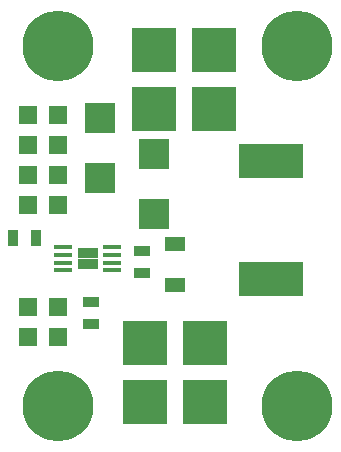
<source format=gbr>
G04 #@! TF.FileFunction,Soldermask,Bot*
%FSLAX46Y46*%
G04 Gerber Fmt 4.6, Leading zero omitted, Abs format (unit mm)*
G04 Created by KiCad (PCBNEW (2015-05-13 BZR 5653)-product) date 3. 12. 2015 7:34:25*
%MOMM*%
G01*
G04 APERTURE LIST*
%ADD10C,0.300000*%
%ADD11R,1.397000X0.889000*%
%ADD12R,2.499360X2.550160*%
%ADD13R,1.699260X1.300480*%
%ADD14R,1.524000X1.524000*%
%ADD15R,3.810000X3.810000*%
%ADD16R,5.500000X3.000000*%
%ADD17C,6.000000*%
%ADD18R,0.889000X1.397000*%
%ADD19R,1.550000X0.420000*%
%ADD20R,0.840000X0.940000*%
G04 APERTURE END LIST*
D10*
D11*
X12192000Y18224500D03*
X12192000Y16319500D03*
D12*
X8636000Y29448760D03*
X8636000Y24399240D03*
X13208000Y26400760D03*
X13208000Y21351240D03*
D13*
X14986000Y15267940D03*
X14986000Y18768060D03*
D14*
X5080000Y10922000D03*
X2540000Y10922000D03*
X5080000Y13462000D03*
X2540000Y13462000D03*
D15*
X12446000Y5414000D03*
X12446000Y10414000D03*
X17526000Y5414000D03*
X17526000Y10414000D03*
D14*
X2540000Y29718000D03*
X5080000Y29718000D03*
X2540000Y27178000D03*
X5080000Y27178000D03*
X2540000Y24638000D03*
X5080000Y24638000D03*
X2540000Y22098000D03*
X5080000Y22098000D03*
D15*
X18288000Y35226000D03*
X18288000Y30226000D03*
X13208000Y35226000D03*
X13208000Y30226000D03*
D16*
X23114000Y25828000D03*
X23114000Y15828000D03*
D17*
X25380000Y5080000D03*
X25380000Y35560000D03*
X5080000Y35560000D03*
X5080000Y5080000D03*
D11*
X7874000Y13906500D03*
X7874000Y12001500D03*
D18*
X3238500Y19304000D03*
X1333500Y19304000D03*
D19*
X5515000Y16551000D03*
X5515000Y17201000D03*
X5515000Y17851000D03*
X5515000Y18501000D03*
X9725000Y18501000D03*
X9725000Y17851000D03*
X9725000Y17201000D03*
X9725000Y16551000D03*
D20*
X8040000Y17996000D03*
X8040000Y17056000D03*
X7200000Y17996000D03*
X7200000Y17056000D03*
M02*

</source>
